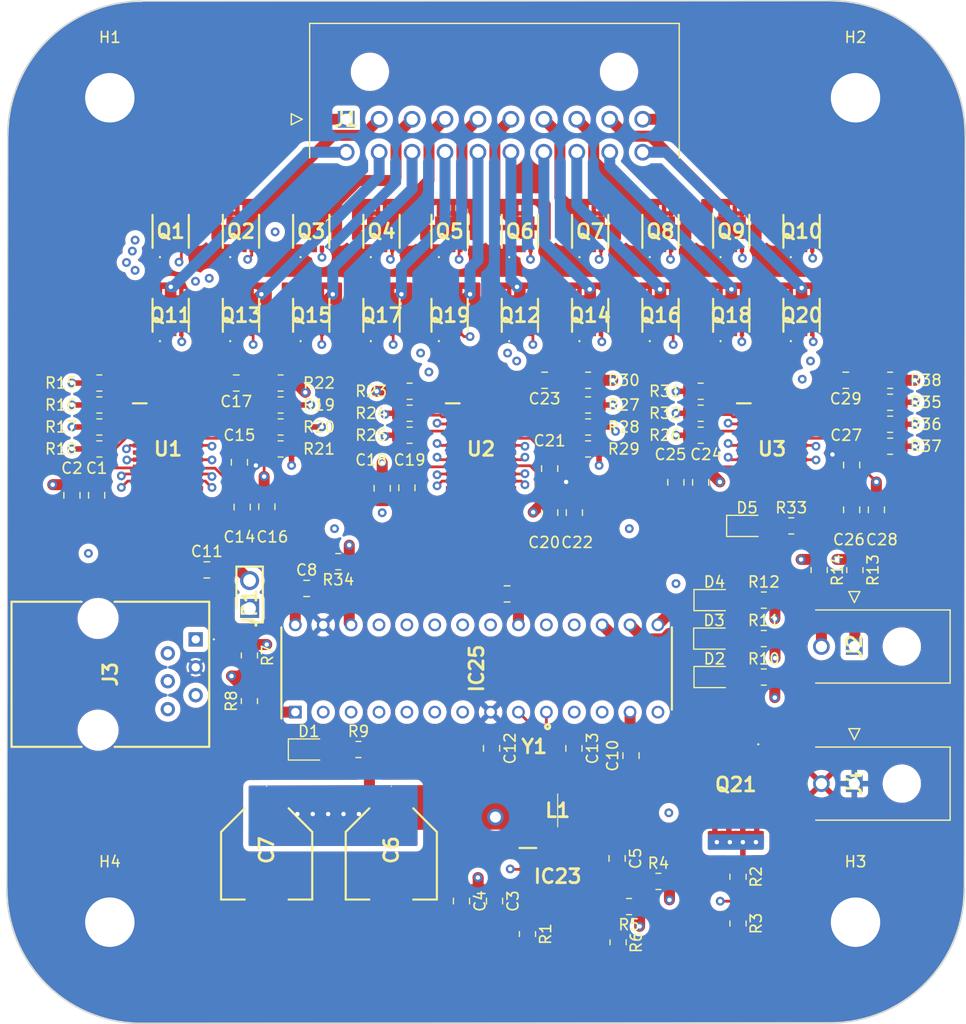
<source format=kicad_pcb>
(kicad_pcb (version 20221018) (generator pcbnew)

  (general
    (thickness 1.6)
  )

  (paper "A4")
  (layers
    (0 "F.Cu" signal)
    (1 "In1.Cu" signal)
    (2 "In2.Cu" signal)
    (31 "B.Cu" signal)
    (32 "B.Adhes" user "B.Adhesive")
    (33 "F.Adhes" user "F.Adhesive")
    (34 "B.Paste" user)
    (35 "F.Paste" user)
    (36 "B.SilkS" user "B.Silkscreen")
    (37 "F.SilkS" user "F.Silkscreen")
    (38 "B.Mask" user)
    (39 "F.Mask" user)
    (40 "Dwgs.User" user "User.Drawings")
    (41 "Cmts.User" user "User.Comments")
    (42 "Eco1.User" user "User.Eco1")
    (43 "Eco2.User" user "User.Eco2")
    (44 "Edge.Cuts" user)
    (45 "Margin" user)
    (46 "B.CrtYd" user "B.Courtyard")
    (47 "F.CrtYd" user "F.Courtyard")
    (48 "B.Fab" user)
    (49 "F.Fab" user)
    (50 "User.1" user)
    (51 "User.2" user)
    (52 "User.3" user)
    (53 "User.4" user)
    (54 "User.5" user)
    (55 "User.6" user)
    (56 "User.7" user)
    (57 "User.8" user)
    (58 "User.9" user)
  )

  (setup
    (stackup
      (layer "F.SilkS" (type "Top Silk Screen"))
      (layer "F.Paste" (type "Top Solder Paste"))
      (layer "F.Mask" (type "Top Solder Mask") (thickness 0.01))
      (layer "F.Cu" (type "copper") (thickness 0.035))
      (layer "dielectric 1" (type "prepreg") (thickness 0.1) (material "FR4") (epsilon_r 4.5) (loss_tangent 0.02))
      (layer "In1.Cu" (type "copper") (thickness 0.035))
      (layer "dielectric 2" (type "prepreg") (thickness 1.24) (material "FR4") (epsilon_r 4.5) (loss_tangent 0.02))
      (layer "In2.Cu" (type "copper") (thickness 0.035))
      (layer "dielectric 3" (type "prepreg") (thickness 0.1) (material "FR4") (epsilon_r 4.5) (loss_tangent 0.02))
      (layer "B.Cu" (type "copper") (thickness 0.035))
      (layer "B.Mask" (type "Bottom Solder Mask") (thickness 0.01))
      (layer "B.Paste" (type "Bottom Solder Paste"))
      (layer "B.SilkS" (type "Bottom Silk Screen"))
      (copper_finish "None")
      (dielectric_constraints no)
    )
    (pad_to_mask_clearance 0)
    (pcbplotparams
      (layerselection 0x00010fc_ffffffff)
      (plot_on_all_layers_selection 0x0000000_00000000)
      (disableapertmacros false)
      (usegerberextensions false)
      (usegerberattributes true)
      (usegerberadvancedattributes true)
      (creategerberjobfile true)
      (dashed_line_dash_ratio 12.000000)
      (dashed_line_gap_ratio 3.000000)
      (svgprecision 4)
      (plotframeref false)
      (viasonmask false)
      (mode 1)
      (useauxorigin false)
      (hpglpennumber 1)
      (hpglpenspeed 20)
      (hpglpendiameter 15.000000)
      (dxfpolygonmode true)
      (dxfimperialunits true)
      (dxfusepcbnewfont true)
      (psnegative false)
      (psa4output false)
      (plotreference true)
      (plotvalue true)
      (plotinvisibletext false)
      (sketchpadsonfab false)
      (subtractmaskfromsilk false)
      (outputformat 1)
      (mirror false)
      (drillshape 1)
      (scaleselection 1)
      (outputdirectory "")
    )
  )

  (net 0 "")
  (net 1 "+24V")
  (net 2 "GND")
  (net 3 "Net-(IC23-SW)")
  (net 4 "Net-(IC23-BOOT)")
  (net 5 "+5V")
  (net 6 "Net-(IC25-VCAP_OR_VDDCORE)")
  (net 7 "Net-(IC25-VDD)")
  (net 8 "Net-(JP1-B)")
  (net 9 "Net-(IC25-OSCI{slash}CLKI{slash}AN13{slash}CN30{slash}RA2)")
  (net 10 "Net-(IC25-OSCO{slash}CLKO{slash}AN14{slash}CN29{slash}RA3)")
  (net 11 "Net-(D1-A)")
  (net 12 "Net-(D2-K)")
  (net 13 "Net-(D2-A)")
  (net 14 "Net-(D3-K)")
  (net 15 "Net-(D3-A)")
  (net 16 "Net-(D4-K)")
  (net 17 "Net-(D4-A)")
  (net 18 "Gate 1")
  (net 19 "Gate 2")
  (net 20 "Gate 3")
  (net 21 "SPI_MOSI")
  (net 22 "SPI_CHAIN")
  (net 23 "Gate 4")
  (net 24 "Gate 5")
  (net 25 "Gate 6")
  (net 26 "Gate 7")
  (net 27 "Gate 8")
  (net 28 "Net-(U1-VDD)")
  (net 29 "Net-(U2-VDD)")
  (net 30 "SPI_SS")
  (net 31 "SPI_SCLK")
  (net 32 "Gate 9")
  (net 33 "Gate 10")
  (net 34 "Gate 11")
  (net 35 "Gate 16")
  (net 36 "Gate 12")
  (net 37 "SPI_MISO")
  (net 38 "Gate 17")
  (net 39 "Gate 13")
  (net 40 "Gate 18")
  (net 41 "Gate 14")
  (net 42 "Gate 19")
  (net 43 "Net-(U3-VDD)")
  (net 44 "Net-(D5-A)")
  (net 45 "Gate 15")
  (net 46 "Gate 20")
  (net 47 "Net-(IC23-EN)")
  (net 48 "Net-(IC23-RT{slash}SYNC)")
  (net 49 "Net-(IC23-FB)")
  (net 50 "Net-(IC23-PG)")
  (net 51 "Net-(IC25-MCLR{slash}VPP{slash}RA5)")
  (net 52 "PGD")
  (net 53 "PGC")
  (net 54 "I2C_SDA")
  (net 55 "I2C_SCLK")
  (net 56 "unconnected-(IC25-SOSCI{slash}AN15{slash}~{U2RTS}{slash}U2BCLK{slash}CN1{slash}RB4-Pad11)")
  (net 57 "unconnected-(IC25-PGED3{slash}AN17{slash}ASDA1{slash}SCK2{slash}IC4{slash}OC1E{slash}CLCINA{slash}CN27{slash}RB5-Pad14)")
  (net 58 "unconnected-(IC25-AN21{slash}SDA1{slash}T1CK{slash}U1RTS{slash}U1BCLK{slash}IC2{slash}OC4{slash}CLC1O{slash}CTED4{slash}CN21{slash}RB9-Pad18)")
  (net 59 "unconnected-(IC25-SDI2{slash}IC1{slash}OC5{slash}CLC2O{slash}CTED3{slash}CN9{slash}RA7-Pad19)")
  (net 60 "unconnected-(IC25-DAC1OUT{slash}AN12{slash}HLVDIN{slash}~{SS2}{slash}IC3{slash}OC2B{slash}CTED2{slash}INT2{slash}CN14{slash}RB12-Pad23)")
  (net 61 "unconnected-(IC25-DAC2OUT{slash}CVREF{slash}OA1IND{slash}OA2IND{slash}AN10{slash}C3INB{slash}RTCC{slash}C1OUT{slash}OCFA{slash}CTED5{slash}INT1{slash}CN12{slash}RB14-Pad25)")
  (net 62 "/Coil 1")
  (net 63 "/Coil 2")
  (net 64 "/Coil 3")
  (net 65 "/Coil 4")
  (net 66 "/Coil 5")
  (net 67 "/Coil 6")
  (net 68 "/Coil 7")
  (net 69 "/Coil 8")
  (net 70 "/Coil 9")
  (net 71 "/Coil 10")
  (net 72 "/Coil 11")
  (net 73 "/Coil 12")
  (net 74 "/Coil 13")
  (net 75 "/Coil 14")
  (net 76 "/Coil 15")
  (net 77 "/Coil 16")
  (net 78 "/Coil 17")
  (net 79 "/Coil 18")
  (net 80 "/Coil 19")
  (net 81 "/Coil 20")
  (net 82 "MCLR")
  (net 83 "unconnected-(J3-Pad6)")
  (net 84 "Net-(J4-Pin_2)")
  (net 85 "Net-(U1-CSB)")
  (net 86 "Net-(U1-SCLK)")
  (net 87 "Net-(U1-SI)")
  (net 88 "Net-(U1-SO)")
  (net 89 "Net-(U1-IN0)")
  (net 90 "IN0")
  (net 91 "Net-(U1-IN1)")
  (net 92 "IN1")
  (net 93 "Net-(U1-IDLE)")
  (net 94 "IDLE")
  (net 95 "Net-(U2-CSB)")
  (net 96 "Net-(U2-SCLK)")
  (net 97 "SPI_CHAIN2")
  (net 98 "Net-(U2-SO)")
  (net 99 "Net-(U3-SO)")
  (net 100 "Net-(U2-IN0)")
  (net 101 "Net-(U2-IN1)")
  (net 102 "Net-(U2-IDLE)")
  (net 103 "Net-(U3-CSB)")
  (net 104 "Net-(U3-SCLK)")
  (net 105 "Net-(U3-OUT7)")
  (net 106 "Net-(U3-IN0)")
  (net 107 "Net-(U3-IN1)")
  (net 108 "Net-(U3-IDLE)")
  (net 109 "unconnected-(U1-NC-Pad7)")
  (net 110 "unconnected-(U1-NC-Pad12)")
  (net 111 "unconnected-(U1-NC-Pad13)")
  (net 112 "unconnected-(U1-NC-Pad18)")
  (net 113 "unconnected-(U2-NC-Pad7)")
  (net 114 "unconnected-(U2-NC-Pad12)")
  (net 115 "unconnected-(U2-NC-Pad13)")
  (net 116 "unconnected-(U2-NC-Pad18)")
  (net 117 "unconnected-(U3-NC-Pad7)")
  (net 118 "unconnected-(U3-OUT4-Pad10)")
  (net 119 "unconnected-(U3-OUT6-Pad11)")
  (net 120 "unconnected-(U3-NC-Pad12)")
  (net 121 "unconnected-(U3-NC-Pad13)")
  (net 122 "unconnected-(U3-OUT5-Pad15)")
  (net 123 "unconnected-(U3-NC-Pad18)")

  (footprint "Library:HDRV2W67P0X254_1X2_508X241X858P" (layer "F.Cu") (at 101.93 108.76 90))

  (footprint "Library:PXP01530QLJ" (layer "F.Cu") (at 113.94 82.09))

  (footprint "Capacitor_SMD:C_0805_2012Metric_Pad1.18x1.45mm_HandSolder" (layer "F.Cu") (at 98.0375 105.25))

  (footprint "Capacitor_SMD:C_0805_2012Metric_Pad1.18x1.45mm_HandSolder" (layer "F.Cu") (at 107.1225 106.938))

  (footprint "Capacitor_SMD:C_0805_2012Metric_Pad1.18x1.45mm_HandSolder" (layer "F.Cu") (at 116.25 97.7875 -90))

  (footprint "Capacitor_SMD:C_0805_2012Metric_Pad1.18x1.45mm_HandSolder" (layer "F.Cu") (at 124.23 135.38 -90))

  (footprint "Library:PXP01530QLJ" (layer "F.Cu") (at 113.94 74.45))

  (footprint "Resistor_SMD:R_0805_2012Metric_Pad1.20x1.40mm_HandSolder" (layer "F.Cu") (at 132.75 94.25))

  (footprint "Library:EEHZT1E331UP" (layer "F.Cu") (at 114.83 131.09 -90))

  (footprint "Capacitor_SMD:C_0805_2012Metric_Pad1.18x1.45mm_HandSolder" (layer "F.Cu") (at 123.96 121.4875 -90))

  (footprint "Library:PXP01530QLJ" (layer "F.Cu") (at 132.94 74.45))

  (footprint "Resistor_SMD:R_0805_2012Metric_Pad1.20x1.40mm_HandSolder" (layer "F.Cu") (at 151.25 101.25))

  (footprint "Library:PXP01530QLJ" (layer "F.Cu") (at 101.14 74.45))

  (footprint "Capacitor_SMD:C_0805_2012Metric_Pad1.18x1.45mm_HandSolder" (layer "F.Cu") (at 101.25 99.5375 -90))

  (footprint "Library:EEHZT1E331UP" (layer "F.Cu") (at 103.48 131.09 -90))

  (footprint "Resistor_SMD:R_0805_2012Metric_Pad1.20x1.40mm_HandSolder" (layer "F.Cu") (at 127.23 138.38 -90))

  (footprint "Capacitor_SMD:C_0805_2012Metric_Pad1.18x1.45mm_HandSolder" (layer "F.Cu") (at 128.7875 88 180))

  (footprint "Capacitor_SMD:C_0805_2012Metric_Pad1.18x1.45mm_HandSolder" (layer "F.Cu") (at 156.75 95.7125 -90))

  (footprint "Resistor_SMD:R_0805_2012Metric_Pad1.20x1.40mm_HandSolder" (layer "F.Cu") (at 104.75 90.25))

  (footprint "Capacitor_SMD:C_0805_2012Metric_Pad1.18x1.45mm_HandSolder" (layer "F.Cu") (at 125.3725 107.438))

  (footprint "Library:PXP01530QLJ" (layer "F.Cu") (at 107.54 82.09))

  (footprint "Capacitor_SMD:C_0805_2012Metric_Pad1.18x1.45mm_HandSolder" (layer "F.Cu") (at 131.5 100.0375 -90))

  (footprint "Capacitor_SMD:C_0805_2012Metric_Pad1.18x1.45mm_HandSolder" (layer "F.Cu") (at 131.46 121.4875 -90))

  (footprint "Resistor_SMD:R_0805_2012Metric_Pad1.20x1.40mm_HandSolder" (layer "F.Cu") (at 146.4 137.42 -90))

  (footprint "Library:PXP01530QLJ" (layer "F.Cu") (at 145.785 82.09))

  (footprint "Capacitor_SMD:C_0805_2012Metric_Pad1.18x1.45mm_HandSolder" (layer "F.Cu") (at 88 98.4625 -90))

  (footprint "Capacitor_SMD:C_0805_2012Metric_Pad1.18x1.45mm_HandSolder" (layer "F.Cu") (at 129.25 96.0375 -90))

  (footprint "LED_SMD:LED_0805_2012Metric_Pad1.15x1.40mm_HandSolder" (layer "F.Cu") (at 107.315 121.59))

  (footprint "Capacitor_SMD:C_0805_2012Metric_Pad1.18x1.45mm_HandSolder" (layer "F.Cu") (at 114 97.825 -90))

  (footprint "Library:PXP01530QLJ" (layer "F.Cu") (at 152.185 82.09))

  (footprint "Resistor_SMD:R_0805_2012Metric_Pad1.20x1.40mm_HandSolder" (layer "F.Cu") (at 132.75 88))

  (footprint "Resistor_SMD:R_0805_2012Metric_Pad1.20x1.40mm_HandSolder" (layer "F.Cu") (at 160.25 90))

  (footprint "Library:PXP01530QLJ" (layer "F.Cu") (at 120.14 74.45))

  (footprint "Resistor_SMD:R_0805_2012Metric_Pad1.20x1.40mm_HandSolder" (layer "F.Cu") (at 160.25 88))

  (footprint "Capacitor_SMD:C_0805_2012Metric_Pad1.18x1.45mm_HandSolder" (layer "F.Cu") (at 101 95.4625 -90))

  (footprint "Resistor_SMD:R_0805_2012Metric_Pad1.20x1.40mm_HandSolder" (layer "F.Cu") (at 146.4 133.17 -90))

  (footprint "MountingHole:MountingHole_4.5mm_Pad" (layer "F.Cu") (at 89.2 62.3))

  (footprint "Resistor_SMD:R_0805_2012Metric_Pad1.20x1.40mm_HandSolder" (layer "F.Cu") (at 116.5 89))

  (footprint "MountingHole:MountingHole_4.5mm_Pad" (layer "F.Cu") (at 157.1 137.3))

  (footprint "Resistor_SMD:R_0805_2012Metric_Pad1.20x1.40mm_HandSolder" (layer "F.Cu") (at 148.75 111.5))

  (footprint "Resistor_SMD:R_0805_2012Metric_Pad1.20x1.40mm_HandSolder" (layer "F.Cu") (at 104.75 92.25))

  (footprint "Library:LQH3NPN100MMEL" (layer "F.Cu") (at 129.98 127.13 180))

  (footprint "Library:DIP794W56P254L3486H508Q28N" (layer "F.Cu") (at 122.6 114.219 90))

  (footprint "Resistor_SMD:R_0805_2012Metric_Pad1.20x1.40mm_HandSolder" (layer "F.Cu") (at 153.79 105.27 -90))

  (footprint "Capacitor_SMD:C_0805_2012Metric_Pad1.18x1.45mm_HandSolder" (layer "F.Cu") (at 136.66 122.1505 90))

  (footprint "Resistor_SMD:R_0805_2012Metric_Pad1.20x1.40mm_HandSolder" (layer "F.Cu") (at 139.15 133.59))

  (footprint "Capacitor_SMD:C_0805_2012Metric_Pad1.18x1.45mm_HandSolder" (layer "F.Cu") (at 159 99.7875 -90))

  (footprint "Resistor_SMD:R_0805_2012Metric_Pad1.20x1.40mm_HandSolder" (layer "F.Cu") (at 148.75 108))

  (footprint "Library:PXP01530QLJ" (layer "F.Cu")
    (tstamp 73e81e17-076b-49ff-a70e-1795a98d4d70)
    (at 94.74 74.45)
    (descr "SOT8002-1_2022")
    (tags "MOSFET (P-Channel)")
    (property "Height" "0.9")
    (property "Manufacturer_Name" "Nexperia")
    (property "Manufacturer_Part_Number" "PXP015-30QLJ")
    (property "Mouser Part Number" "771-PXP015-30QLJ")
    (property "Mouser Price/Stock" "https://www.mouser.co.uk/ProductDetail/Nexperia/PXP015-30QLJ?qs=MyNHzdoqoQIbg8Lyue8mKw%3D%3D")
    (property "Sheetfile" "Resistor Bank Control Board.kicad_sch")
    (property "Sheetname" "")
    (property "ki_description" "Nexperia PXP015-30QL/MLPAK33")
    (path "/34539967-155e-41fd-9619-f8dabeb94065")
    (attr smd)
    (fp_text reference "Q1" (at 0 0) (layer "F.SilkS")
        (effects (font (size 1.27 1.27) (thickness 0.254)))
      (tstamp bb2e3eb3-50c6-4fc8-ac9c-5fad91329813)
    )
    (fp_text value "PXP015-30QLJ" (at 0 0) (layer "F.SilkS") hide
        (effects (font (size 1.27 1.27) (thickness 0.254)))
      (tstamp a085c118-a63e-4eb0-95d8-af6805d4ee39)
    )
    (fp_text user "${REFERENCE}" (at 0 0) (layer "F.Fab")
        (effects (font (size 1.27 1.27) (thickness 0.254)))
      (tstamp 7e5ee73e-d0da-401a-b571-cff4f1af529f)
    )
    (fp_line (start -1.65 -1.5) (end -1.65 1.5)
      (stroke (width 0.2) (type solid)) (layer "F.SilkS") (tstamp 79e333b7-0338-4098-b9e0-860f070f3164))
    (fp_line (start -0.975 2.3) (end -0.975 2.3)
      (stroke (width 0.1) (type solid)) (layer "F.SilkS") (tstamp 8adb0407-2208-4739-a031-341ca6bb69af))
    (fp_line (start -0.975 2.4) (end -0.975 2.4)
      (stroke (width 0.1) (type solid)) (layer "F.SilkS") (tstamp 8cbcab90-78e0-450a-bc58-47765c03bd94))
    (fp_line (start 1.65 -1.5) (end 1.65 1.5)
      (stroke (width 0.2) (type solid)) (layer "F.SilkS") (tstamp 8b4d8cac-a8ec-41f6-8359-ff630f15e76f))
    (fp_arc (start -0.975 2.3) (mid -0.925 2.35) (end -0.975 2.4)
      (stroke (width 0.1) (type solid)) (layer "F.SilkS") (tstamp 694848c7-d08c-4275-96f5-62833b363827))
    (fp_arc (start -0.975 2.4) (mid -1.025 2.35) (end -0.975 2.3)
      (stroke (width 0.1) (type solid)) (layer "F.SilkS") (tstamp f2bb84ac-a7ee-44ad-a148-18fd2463b749))
    (fp_line (start -2.65 -2.9) (end 2.65 -2.9)
      (stroke (width 0.1) (type solid)) (layer "F.CrtYd") (tstamp 6fbb155a-c17d-4b82-9b6a-3736b3ec1e16))
    (fp_line (start -2.65 2.9) (end -2.65 -2.9)
      (stroke (width 0.1) (type solid)) (layer "F.CrtYd") (tstamp 9056ee24-dc74-4ec0-be54-7441d596439f))
    (fp_line (start 2.65 -2.9) (end 2.65 2.9)
      (stroke (width 0.1) (type solid)) (layer "F.CrtYd") (tstamp 4fd0ea8d-3d7d-45dc-9898-c7e411e28347))
    (fp_line (start 2.65 2.9) (end -2.65 2.9)
      (stroke (width 0.1) (type solid)) (layer "F.CrtYd") (tstamp fd872226-a45f-42b5-af34-995e616b0400))
    (fp_line (start -1.65 -1.5) (end 1.65 -1.5)
      (stroke (width 0.1) (type solid)) (layer "F.Fab") (tstamp 87c59683-f402-4478-964c-2f3677bc4695))
    (fp_line (start -1.65 1.5) (end -1.65 -1.5)
      (stroke (width 0.1) (type solid)) (layer "F.Fab") (tstamp 7f78d618-4ea9-4ad8-a5a5-94b96ecf9ed9))
    (fp_line (start 1.65 -1.5) (end 1.65 1.5)
      (stroke (width 0.1) (type solid)) (layer "F.Fab") (tstamp 535929ad-fe8a-4184-94b1-a87ea1150524))
    (fp_line (start 1.65 1.5) (end -1.65 1.5)
      (stroke (width 0.1) (type solid)) (layer "F.Fab") (tstamp a9366f03-ee3d-4f53-b491-d62706fb4571))
    (pad "1" smd rect (at -0.975 1.6) (size 0.4 0.6) (layers "F.Cu" "F.Paste" "F.Mask")
      (net 2 "GND") (pinfunction "S_1") (pintype "passive") (zone_connect 2) (tstamp b447ce53-a287-4938-a16a-b826d5b04768))
    (pad "2" smd rect (at -0.325 1.6) (size 0.4 0.6) (layers "F.Cu" "F.Paste" "F.Mask")
      (net 2 "GND") (pinfunction "S_2") (pintype "passive") (zone_connect 2) (tstamp 7170ad64-5c0d-4bdc-940e-1e554a2c6971))
    (pad "3" smd rect (at 0.325 1.6) (size 0.4 0.6) (layers "F.Cu" "F.Paste" "F.Mask")
      (net 2 "GND") (pinfunction "S_3") (pintype "passive") (tstamp 9ef66682-7dcc-40f0-9518-00d3edb21c2e))
    (pad "4" smd rect (at 0.975 1.6) (siz
... [1808914 chars truncated]
</source>
